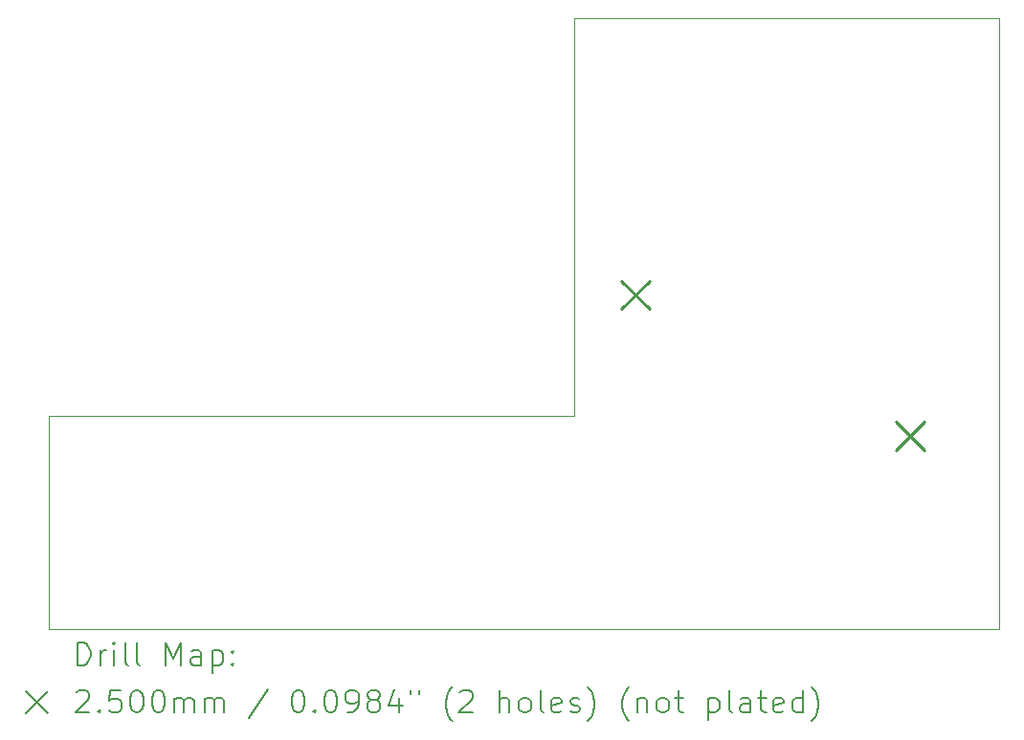
<source format=gbr>
%TF.GenerationSoftware,KiCad,Pcbnew,8.0.1*%
%TF.CreationDate,2024-06-09T22:48:07+01:00*%
%TF.ProjectId,BBC-USBSlim,4242432d-5553-4425-936c-696d2e6b6963,rev?*%
%TF.SameCoordinates,Original*%
%TF.FileFunction,Drillmap*%
%TF.FilePolarity,Positive*%
%FSLAX45Y45*%
G04 Gerber Fmt 4.5, Leading zero omitted, Abs format (unit mm)*
G04 Created by KiCad (PCBNEW 8.0.1) date 2024-06-09 22:48:07*
%MOMM*%
%LPD*%
G01*
G04 APERTURE LIST*
%ADD10C,0.100000*%
%ADD11C,0.200000*%
%ADD12C,0.250000*%
G04 APERTURE END LIST*
D10*
X15690000Y-12882500D02*
X7280000Y-12882500D01*
X7280000Y-10990000D01*
X11927500Y-10990000D01*
X11927500Y-7467500D01*
X15690000Y-7467500D01*
X15690000Y-12882500D01*
D11*
D12*
X12345000Y-9795000D02*
X12595000Y-10045000D01*
X12595000Y-9795000D02*
X12345000Y-10045000D01*
X14775000Y-11045000D02*
X15025000Y-11295000D01*
X15025000Y-11045000D02*
X14775000Y-11295000D01*
D11*
X7535777Y-13198984D02*
X7535777Y-12998984D01*
X7535777Y-12998984D02*
X7583396Y-12998984D01*
X7583396Y-12998984D02*
X7611967Y-13008508D01*
X7611967Y-13008508D02*
X7631015Y-13027555D01*
X7631015Y-13027555D02*
X7640539Y-13046603D01*
X7640539Y-13046603D02*
X7650062Y-13084698D01*
X7650062Y-13084698D02*
X7650062Y-13113269D01*
X7650062Y-13113269D02*
X7640539Y-13151365D01*
X7640539Y-13151365D02*
X7631015Y-13170412D01*
X7631015Y-13170412D02*
X7611967Y-13189460D01*
X7611967Y-13189460D02*
X7583396Y-13198984D01*
X7583396Y-13198984D02*
X7535777Y-13198984D01*
X7735777Y-13198984D02*
X7735777Y-13065650D01*
X7735777Y-13103746D02*
X7745301Y-13084698D01*
X7745301Y-13084698D02*
X7754824Y-13075174D01*
X7754824Y-13075174D02*
X7773872Y-13065650D01*
X7773872Y-13065650D02*
X7792920Y-13065650D01*
X7859586Y-13198984D02*
X7859586Y-13065650D01*
X7859586Y-12998984D02*
X7850062Y-13008508D01*
X7850062Y-13008508D02*
X7859586Y-13018031D01*
X7859586Y-13018031D02*
X7869110Y-13008508D01*
X7869110Y-13008508D02*
X7859586Y-12998984D01*
X7859586Y-12998984D02*
X7859586Y-13018031D01*
X7983396Y-13198984D02*
X7964348Y-13189460D01*
X7964348Y-13189460D02*
X7954824Y-13170412D01*
X7954824Y-13170412D02*
X7954824Y-12998984D01*
X8088158Y-13198984D02*
X8069110Y-13189460D01*
X8069110Y-13189460D02*
X8059586Y-13170412D01*
X8059586Y-13170412D02*
X8059586Y-12998984D01*
X8316729Y-13198984D02*
X8316729Y-12998984D01*
X8316729Y-12998984D02*
X8383396Y-13141841D01*
X8383396Y-13141841D02*
X8450063Y-12998984D01*
X8450063Y-12998984D02*
X8450063Y-13198984D01*
X8631015Y-13198984D02*
X8631015Y-13094222D01*
X8631015Y-13094222D02*
X8621491Y-13075174D01*
X8621491Y-13075174D02*
X8602444Y-13065650D01*
X8602444Y-13065650D02*
X8564348Y-13065650D01*
X8564348Y-13065650D02*
X8545301Y-13075174D01*
X8631015Y-13189460D02*
X8611967Y-13198984D01*
X8611967Y-13198984D02*
X8564348Y-13198984D01*
X8564348Y-13198984D02*
X8545301Y-13189460D01*
X8545301Y-13189460D02*
X8535777Y-13170412D01*
X8535777Y-13170412D02*
X8535777Y-13151365D01*
X8535777Y-13151365D02*
X8545301Y-13132317D01*
X8545301Y-13132317D02*
X8564348Y-13122793D01*
X8564348Y-13122793D02*
X8611967Y-13122793D01*
X8611967Y-13122793D02*
X8631015Y-13113269D01*
X8726253Y-13065650D02*
X8726253Y-13265650D01*
X8726253Y-13075174D02*
X8745301Y-13065650D01*
X8745301Y-13065650D02*
X8783396Y-13065650D01*
X8783396Y-13065650D02*
X8802444Y-13075174D01*
X8802444Y-13075174D02*
X8811967Y-13084698D01*
X8811967Y-13084698D02*
X8821491Y-13103746D01*
X8821491Y-13103746D02*
X8821491Y-13160888D01*
X8821491Y-13160888D02*
X8811967Y-13179936D01*
X8811967Y-13179936D02*
X8802444Y-13189460D01*
X8802444Y-13189460D02*
X8783396Y-13198984D01*
X8783396Y-13198984D02*
X8745301Y-13198984D01*
X8745301Y-13198984D02*
X8726253Y-13189460D01*
X8907205Y-13179936D02*
X8916729Y-13189460D01*
X8916729Y-13189460D02*
X8907205Y-13198984D01*
X8907205Y-13198984D02*
X8897682Y-13189460D01*
X8897682Y-13189460D02*
X8907205Y-13179936D01*
X8907205Y-13179936D02*
X8907205Y-13198984D01*
X8907205Y-13075174D02*
X8916729Y-13084698D01*
X8916729Y-13084698D02*
X8907205Y-13094222D01*
X8907205Y-13094222D02*
X8897682Y-13084698D01*
X8897682Y-13084698D02*
X8907205Y-13075174D01*
X8907205Y-13075174D02*
X8907205Y-13094222D01*
X7075000Y-13427500D02*
X7275000Y-13627500D01*
X7275000Y-13427500D02*
X7075000Y-13627500D01*
X7526253Y-13438031D02*
X7535777Y-13428508D01*
X7535777Y-13428508D02*
X7554824Y-13418984D01*
X7554824Y-13418984D02*
X7602443Y-13418984D01*
X7602443Y-13418984D02*
X7621491Y-13428508D01*
X7621491Y-13428508D02*
X7631015Y-13438031D01*
X7631015Y-13438031D02*
X7640539Y-13457079D01*
X7640539Y-13457079D02*
X7640539Y-13476127D01*
X7640539Y-13476127D02*
X7631015Y-13504698D01*
X7631015Y-13504698D02*
X7516729Y-13618984D01*
X7516729Y-13618984D02*
X7640539Y-13618984D01*
X7726253Y-13599936D02*
X7735777Y-13609460D01*
X7735777Y-13609460D02*
X7726253Y-13618984D01*
X7726253Y-13618984D02*
X7716729Y-13609460D01*
X7716729Y-13609460D02*
X7726253Y-13599936D01*
X7726253Y-13599936D02*
X7726253Y-13618984D01*
X7916729Y-13418984D02*
X7821491Y-13418984D01*
X7821491Y-13418984D02*
X7811967Y-13514222D01*
X7811967Y-13514222D02*
X7821491Y-13504698D01*
X7821491Y-13504698D02*
X7840539Y-13495174D01*
X7840539Y-13495174D02*
X7888158Y-13495174D01*
X7888158Y-13495174D02*
X7907205Y-13504698D01*
X7907205Y-13504698D02*
X7916729Y-13514222D01*
X7916729Y-13514222D02*
X7926253Y-13533269D01*
X7926253Y-13533269D02*
X7926253Y-13580888D01*
X7926253Y-13580888D02*
X7916729Y-13599936D01*
X7916729Y-13599936D02*
X7907205Y-13609460D01*
X7907205Y-13609460D02*
X7888158Y-13618984D01*
X7888158Y-13618984D02*
X7840539Y-13618984D01*
X7840539Y-13618984D02*
X7821491Y-13609460D01*
X7821491Y-13609460D02*
X7811967Y-13599936D01*
X8050062Y-13418984D02*
X8069110Y-13418984D01*
X8069110Y-13418984D02*
X8088158Y-13428508D01*
X8088158Y-13428508D02*
X8097682Y-13438031D01*
X8097682Y-13438031D02*
X8107205Y-13457079D01*
X8107205Y-13457079D02*
X8116729Y-13495174D01*
X8116729Y-13495174D02*
X8116729Y-13542793D01*
X8116729Y-13542793D02*
X8107205Y-13580888D01*
X8107205Y-13580888D02*
X8097682Y-13599936D01*
X8097682Y-13599936D02*
X8088158Y-13609460D01*
X8088158Y-13609460D02*
X8069110Y-13618984D01*
X8069110Y-13618984D02*
X8050062Y-13618984D01*
X8050062Y-13618984D02*
X8031015Y-13609460D01*
X8031015Y-13609460D02*
X8021491Y-13599936D01*
X8021491Y-13599936D02*
X8011967Y-13580888D01*
X8011967Y-13580888D02*
X8002443Y-13542793D01*
X8002443Y-13542793D02*
X8002443Y-13495174D01*
X8002443Y-13495174D02*
X8011967Y-13457079D01*
X8011967Y-13457079D02*
X8021491Y-13438031D01*
X8021491Y-13438031D02*
X8031015Y-13428508D01*
X8031015Y-13428508D02*
X8050062Y-13418984D01*
X8240539Y-13418984D02*
X8259586Y-13418984D01*
X8259586Y-13418984D02*
X8278634Y-13428508D01*
X8278634Y-13428508D02*
X8288158Y-13438031D01*
X8288158Y-13438031D02*
X8297682Y-13457079D01*
X8297682Y-13457079D02*
X8307205Y-13495174D01*
X8307205Y-13495174D02*
X8307205Y-13542793D01*
X8307205Y-13542793D02*
X8297682Y-13580888D01*
X8297682Y-13580888D02*
X8288158Y-13599936D01*
X8288158Y-13599936D02*
X8278634Y-13609460D01*
X8278634Y-13609460D02*
X8259586Y-13618984D01*
X8259586Y-13618984D02*
X8240539Y-13618984D01*
X8240539Y-13618984D02*
X8221491Y-13609460D01*
X8221491Y-13609460D02*
X8211967Y-13599936D01*
X8211967Y-13599936D02*
X8202443Y-13580888D01*
X8202443Y-13580888D02*
X8192920Y-13542793D01*
X8192920Y-13542793D02*
X8192920Y-13495174D01*
X8192920Y-13495174D02*
X8202443Y-13457079D01*
X8202443Y-13457079D02*
X8211967Y-13438031D01*
X8211967Y-13438031D02*
X8221491Y-13428508D01*
X8221491Y-13428508D02*
X8240539Y-13418984D01*
X8392920Y-13618984D02*
X8392920Y-13485650D01*
X8392920Y-13504698D02*
X8402444Y-13495174D01*
X8402444Y-13495174D02*
X8421491Y-13485650D01*
X8421491Y-13485650D02*
X8450063Y-13485650D01*
X8450063Y-13485650D02*
X8469110Y-13495174D01*
X8469110Y-13495174D02*
X8478634Y-13514222D01*
X8478634Y-13514222D02*
X8478634Y-13618984D01*
X8478634Y-13514222D02*
X8488158Y-13495174D01*
X8488158Y-13495174D02*
X8507205Y-13485650D01*
X8507205Y-13485650D02*
X8535777Y-13485650D01*
X8535777Y-13485650D02*
X8554825Y-13495174D01*
X8554825Y-13495174D02*
X8564348Y-13514222D01*
X8564348Y-13514222D02*
X8564348Y-13618984D01*
X8659586Y-13618984D02*
X8659586Y-13485650D01*
X8659586Y-13504698D02*
X8669110Y-13495174D01*
X8669110Y-13495174D02*
X8688158Y-13485650D01*
X8688158Y-13485650D02*
X8716729Y-13485650D01*
X8716729Y-13485650D02*
X8735777Y-13495174D01*
X8735777Y-13495174D02*
X8745301Y-13514222D01*
X8745301Y-13514222D02*
X8745301Y-13618984D01*
X8745301Y-13514222D02*
X8754825Y-13495174D01*
X8754825Y-13495174D02*
X8773872Y-13485650D01*
X8773872Y-13485650D02*
X8802444Y-13485650D01*
X8802444Y-13485650D02*
X8821491Y-13495174D01*
X8821491Y-13495174D02*
X8831015Y-13514222D01*
X8831015Y-13514222D02*
X8831015Y-13618984D01*
X9221491Y-13409460D02*
X9050063Y-13666603D01*
X9478634Y-13418984D02*
X9497682Y-13418984D01*
X9497682Y-13418984D02*
X9516729Y-13428508D01*
X9516729Y-13428508D02*
X9526253Y-13438031D01*
X9526253Y-13438031D02*
X9535777Y-13457079D01*
X9535777Y-13457079D02*
X9545301Y-13495174D01*
X9545301Y-13495174D02*
X9545301Y-13542793D01*
X9545301Y-13542793D02*
X9535777Y-13580888D01*
X9535777Y-13580888D02*
X9526253Y-13599936D01*
X9526253Y-13599936D02*
X9516729Y-13609460D01*
X9516729Y-13609460D02*
X9497682Y-13618984D01*
X9497682Y-13618984D02*
X9478634Y-13618984D01*
X9478634Y-13618984D02*
X9459587Y-13609460D01*
X9459587Y-13609460D02*
X9450063Y-13599936D01*
X9450063Y-13599936D02*
X9440539Y-13580888D01*
X9440539Y-13580888D02*
X9431015Y-13542793D01*
X9431015Y-13542793D02*
X9431015Y-13495174D01*
X9431015Y-13495174D02*
X9440539Y-13457079D01*
X9440539Y-13457079D02*
X9450063Y-13438031D01*
X9450063Y-13438031D02*
X9459587Y-13428508D01*
X9459587Y-13428508D02*
X9478634Y-13418984D01*
X9631015Y-13599936D02*
X9640539Y-13609460D01*
X9640539Y-13609460D02*
X9631015Y-13618984D01*
X9631015Y-13618984D02*
X9621491Y-13609460D01*
X9621491Y-13609460D02*
X9631015Y-13599936D01*
X9631015Y-13599936D02*
X9631015Y-13618984D01*
X9764348Y-13418984D02*
X9783396Y-13418984D01*
X9783396Y-13418984D02*
X9802444Y-13428508D01*
X9802444Y-13428508D02*
X9811968Y-13438031D01*
X9811968Y-13438031D02*
X9821491Y-13457079D01*
X9821491Y-13457079D02*
X9831015Y-13495174D01*
X9831015Y-13495174D02*
X9831015Y-13542793D01*
X9831015Y-13542793D02*
X9821491Y-13580888D01*
X9821491Y-13580888D02*
X9811968Y-13599936D01*
X9811968Y-13599936D02*
X9802444Y-13609460D01*
X9802444Y-13609460D02*
X9783396Y-13618984D01*
X9783396Y-13618984D02*
X9764348Y-13618984D01*
X9764348Y-13618984D02*
X9745301Y-13609460D01*
X9745301Y-13609460D02*
X9735777Y-13599936D01*
X9735777Y-13599936D02*
X9726253Y-13580888D01*
X9726253Y-13580888D02*
X9716729Y-13542793D01*
X9716729Y-13542793D02*
X9716729Y-13495174D01*
X9716729Y-13495174D02*
X9726253Y-13457079D01*
X9726253Y-13457079D02*
X9735777Y-13438031D01*
X9735777Y-13438031D02*
X9745301Y-13428508D01*
X9745301Y-13428508D02*
X9764348Y-13418984D01*
X9926253Y-13618984D02*
X9964348Y-13618984D01*
X9964348Y-13618984D02*
X9983396Y-13609460D01*
X9983396Y-13609460D02*
X9992920Y-13599936D01*
X9992920Y-13599936D02*
X10011968Y-13571365D01*
X10011968Y-13571365D02*
X10021491Y-13533269D01*
X10021491Y-13533269D02*
X10021491Y-13457079D01*
X10021491Y-13457079D02*
X10011968Y-13438031D01*
X10011968Y-13438031D02*
X10002444Y-13428508D01*
X10002444Y-13428508D02*
X9983396Y-13418984D01*
X9983396Y-13418984D02*
X9945301Y-13418984D01*
X9945301Y-13418984D02*
X9926253Y-13428508D01*
X9926253Y-13428508D02*
X9916729Y-13438031D01*
X9916729Y-13438031D02*
X9907206Y-13457079D01*
X9907206Y-13457079D02*
X9907206Y-13504698D01*
X9907206Y-13504698D02*
X9916729Y-13523746D01*
X9916729Y-13523746D02*
X9926253Y-13533269D01*
X9926253Y-13533269D02*
X9945301Y-13542793D01*
X9945301Y-13542793D02*
X9983396Y-13542793D01*
X9983396Y-13542793D02*
X10002444Y-13533269D01*
X10002444Y-13533269D02*
X10011968Y-13523746D01*
X10011968Y-13523746D02*
X10021491Y-13504698D01*
X10135777Y-13504698D02*
X10116729Y-13495174D01*
X10116729Y-13495174D02*
X10107206Y-13485650D01*
X10107206Y-13485650D02*
X10097682Y-13466603D01*
X10097682Y-13466603D02*
X10097682Y-13457079D01*
X10097682Y-13457079D02*
X10107206Y-13438031D01*
X10107206Y-13438031D02*
X10116729Y-13428508D01*
X10116729Y-13428508D02*
X10135777Y-13418984D01*
X10135777Y-13418984D02*
X10173872Y-13418984D01*
X10173872Y-13418984D02*
X10192920Y-13428508D01*
X10192920Y-13428508D02*
X10202444Y-13438031D01*
X10202444Y-13438031D02*
X10211968Y-13457079D01*
X10211968Y-13457079D02*
X10211968Y-13466603D01*
X10211968Y-13466603D02*
X10202444Y-13485650D01*
X10202444Y-13485650D02*
X10192920Y-13495174D01*
X10192920Y-13495174D02*
X10173872Y-13504698D01*
X10173872Y-13504698D02*
X10135777Y-13504698D01*
X10135777Y-13504698D02*
X10116729Y-13514222D01*
X10116729Y-13514222D02*
X10107206Y-13523746D01*
X10107206Y-13523746D02*
X10097682Y-13542793D01*
X10097682Y-13542793D02*
X10097682Y-13580888D01*
X10097682Y-13580888D02*
X10107206Y-13599936D01*
X10107206Y-13599936D02*
X10116729Y-13609460D01*
X10116729Y-13609460D02*
X10135777Y-13618984D01*
X10135777Y-13618984D02*
X10173872Y-13618984D01*
X10173872Y-13618984D02*
X10192920Y-13609460D01*
X10192920Y-13609460D02*
X10202444Y-13599936D01*
X10202444Y-13599936D02*
X10211968Y-13580888D01*
X10211968Y-13580888D02*
X10211968Y-13542793D01*
X10211968Y-13542793D02*
X10202444Y-13523746D01*
X10202444Y-13523746D02*
X10192920Y-13514222D01*
X10192920Y-13514222D02*
X10173872Y-13504698D01*
X10383396Y-13485650D02*
X10383396Y-13618984D01*
X10335777Y-13409460D02*
X10288158Y-13552317D01*
X10288158Y-13552317D02*
X10411968Y-13552317D01*
X10478634Y-13418984D02*
X10478634Y-13457079D01*
X10554825Y-13418984D02*
X10554825Y-13457079D01*
X10850063Y-13695174D02*
X10840539Y-13685650D01*
X10840539Y-13685650D02*
X10821491Y-13657079D01*
X10821491Y-13657079D02*
X10811968Y-13638031D01*
X10811968Y-13638031D02*
X10802444Y-13609460D01*
X10802444Y-13609460D02*
X10792920Y-13561841D01*
X10792920Y-13561841D02*
X10792920Y-13523746D01*
X10792920Y-13523746D02*
X10802444Y-13476127D01*
X10802444Y-13476127D02*
X10811968Y-13447555D01*
X10811968Y-13447555D02*
X10821491Y-13428508D01*
X10821491Y-13428508D02*
X10840539Y-13399936D01*
X10840539Y-13399936D02*
X10850063Y-13390412D01*
X10916730Y-13438031D02*
X10926253Y-13428508D01*
X10926253Y-13428508D02*
X10945301Y-13418984D01*
X10945301Y-13418984D02*
X10992920Y-13418984D01*
X10992920Y-13418984D02*
X11011968Y-13428508D01*
X11011968Y-13428508D02*
X11021491Y-13438031D01*
X11021491Y-13438031D02*
X11031015Y-13457079D01*
X11031015Y-13457079D02*
X11031015Y-13476127D01*
X11031015Y-13476127D02*
X11021491Y-13504698D01*
X11021491Y-13504698D02*
X10907206Y-13618984D01*
X10907206Y-13618984D02*
X11031015Y-13618984D01*
X11269110Y-13618984D02*
X11269110Y-13418984D01*
X11354825Y-13618984D02*
X11354825Y-13514222D01*
X11354825Y-13514222D02*
X11345301Y-13495174D01*
X11345301Y-13495174D02*
X11326253Y-13485650D01*
X11326253Y-13485650D02*
X11297682Y-13485650D01*
X11297682Y-13485650D02*
X11278634Y-13495174D01*
X11278634Y-13495174D02*
X11269110Y-13504698D01*
X11478634Y-13618984D02*
X11459587Y-13609460D01*
X11459587Y-13609460D02*
X11450063Y-13599936D01*
X11450063Y-13599936D02*
X11440539Y-13580888D01*
X11440539Y-13580888D02*
X11440539Y-13523746D01*
X11440539Y-13523746D02*
X11450063Y-13504698D01*
X11450063Y-13504698D02*
X11459587Y-13495174D01*
X11459587Y-13495174D02*
X11478634Y-13485650D01*
X11478634Y-13485650D02*
X11507206Y-13485650D01*
X11507206Y-13485650D02*
X11526253Y-13495174D01*
X11526253Y-13495174D02*
X11535777Y-13504698D01*
X11535777Y-13504698D02*
X11545301Y-13523746D01*
X11545301Y-13523746D02*
X11545301Y-13580888D01*
X11545301Y-13580888D02*
X11535777Y-13599936D01*
X11535777Y-13599936D02*
X11526253Y-13609460D01*
X11526253Y-13609460D02*
X11507206Y-13618984D01*
X11507206Y-13618984D02*
X11478634Y-13618984D01*
X11659587Y-13618984D02*
X11640539Y-13609460D01*
X11640539Y-13609460D02*
X11631015Y-13590412D01*
X11631015Y-13590412D02*
X11631015Y-13418984D01*
X11811968Y-13609460D02*
X11792920Y-13618984D01*
X11792920Y-13618984D02*
X11754825Y-13618984D01*
X11754825Y-13618984D02*
X11735777Y-13609460D01*
X11735777Y-13609460D02*
X11726253Y-13590412D01*
X11726253Y-13590412D02*
X11726253Y-13514222D01*
X11726253Y-13514222D02*
X11735777Y-13495174D01*
X11735777Y-13495174D02*
X11754825Y-13485650D01*
X11754825Y-13485650D02*
X11792920Y-13485650D01*
X11792920Y-13485650D02*
X11811968Y-13495174D01*
X11811968Y-13495174D02*
X11821491Y-13514222D01*
X11821491Y-13514222D02*
X11821491Y-13533269D01*
X11821491Y-13533269D02*
X11726253Y-13552317D01*
X11897682Y-13609460D02*
X11916730Y-13618984D01*
X11916730Y-13618984D02*
X11954825Y-13618984D01*
X11954825Y-13618984D02*
X11973872Y-13609460D01*
X11973872Y-13609460D02*
X11983396Y-13590412D01*
X11983396Y-13590412D02*
X11983396Y-13580888D01*
X11983396Y-13580888D02*
X11973872Y-13561841D01*
X11973872Y-13561841D02*
X11954825Y-13552317D01*
X11954825Y-13552317D02*
X11926253Y-13552317D01*
X11926253Y-13552317D02*
X11907206Y-13542793D01*
X11907206Y-13542793D02*
X11897682Y-13523746D01*
X11897682Y-13523746D02*
X11897682Y-13514222D01*
X11897682Y-13514222D02*
X11907206Y-13495174D01*
X11907206Y-13495174D02*
X11926253Y-13485650D01*
X11926253Y-13485650D02*
X11954825Y-13485650D01*
X11954825Y-13485650D02*
X11973872Y-13495174D01*
X12050063Y-13695174D02*
X12059587Y-13685650D01*
X12059587Y-13685650D02*
X12078634Y-13657079D01*
X12078634Y-13657079D02*
X12088158Y-13638031D01*
X12088158Y-13638031D02*
X12097682Y-13609460D01*
X12097682Y-13609460D02*
X12107206Y-13561841D01*
X12107206Y-13561841D02*
X12107206Y-13523746D01*
X12107206Y-13523746D02*
X12097682Y-13476127D01*
X12097682Y-13476127D02*
X12088158Y-13447555D01*
X12088158Y-13447555D02*
X12078634Y-13428508D01*
X12078634Y-13428508D02*
X12059587Y-13399936D01*
X12059587Y-13399936D02*
X12050063Y-13390412D01*
X12411968Y-13695174D02*
X12402444Y-13685650D01*
X12402444Y-13685650D02*
X12383396Y-13657079D01*
X12383396Y-13657079D02*
X12373872Y-13638031D01*
X12373872Y-13638031D02*
X12364349Y-13609460D01*
X12364349Y-13609460D02*
X12354825Y-13561841D01*
X12354825Y-13561841D02*
X12354825Y-13523746D01*
X12354825Y-13523746D02*
X12364349Y-13476127D01*
X12364349Y-13476127D02*
X12373872Y-13447555D01*
X12373872Y-13447555D02*
X12383396Y-13428508D01*
X12383396Y-13428508D02*
X12402444Y-13399936D01*
X12402444Y-13399936D02*
X12411968Y-13390412D01*
X12488158Y-13485650D02*
X12488158Y-13618984D01*
X12488158Y-13504698D02*
X12497682Y-13495174D01*
X12497682Y-13495174D02*
X12516730Y-13485650D01*
X12516730Y-13485650D02*
X12545301Y-13485650D01*
X12545301Y-13485650D02*
X12564349Y-13495174D01*
X12564349Y-13495174D02*
X12573872Y-13514222D01*
X12573872Y-13514222D02*
X12573872Y-13618984D01*
X12697682Y-13618984D02*
X12678634Y-13609460D01*
X12678634Y-13609460D02*
X12669111Y-13599936D01*
X12669111Y-13599936D02*
X12659587Y-13580888D01*
X12659587Y-13580888D02*
X12659587Y-13523746D01*
X12659587Y-13523746D02*
X12669111Y-13504698D01*
X12669111Y-13504698D02*
X12678634Y-13495174D01*
X12678634Y-13495174D02*
X12697682Y-13485650D01*
X12697682Y-13485650D02*
X12726253Y-13485650D01*
X12726253Y-13485650D02*
X12745301Y-13495174D01*
X12745301Y-13495174D02*
X12754825Y-13504698D01*
X12754825Y-13504698D02*
X12764349Y-13523746D01*
X12764349Y-13523746D02*
X12764349Y-13580888D01*
X12764349Y-13580888D02*
X12754825Y-13599936D01*
X12754825Y-13599936D02*
X12745301Y-13609460D01*
X12745301Y-13609460D02*
X12726253Y-13618984D01*
X12726253Y-13618984D02*
X12697682Y-13618984D01*
X12821492Y-13485650D02*
X12897682Y-13485650D01*
X12850063Y-13418984D02*
X12850063Y-13590412D01*
X12850063Y-13590412D02*
X12859587Y-13609460D01*
X12859587Y-13609460D02*
X12878634Y-13618984D01*
X12878634Y-13618984D02*
X12897682Y-13618984D01*
X13116730Y-13485650D02*
X13116730Y-13685650D01*
X13116730Y-13495174D02*
X13135777Y-13485650D01*
X13135777Y-13485650D02*
X13173873Y-13485650D01*
X13173873Y-13485650D02*
X13192920Y-13495174D01*
X13192920Y-13495174D02*
X13202444Y-13504698D01*
X13202444Y-13504698D02*
X13211968Y-13523746D01*
X13211968Y-13523746D02*
X13211968Y-13580888D01*
X13211968Y-13580888D02*
X13202444Y-13599936D01*
X13202444Y-13599936D02*
X13192920Y-13609460D01*
X13192920Y-13609460D02*
X13173873Y-13618984D01*
X13173873Y-13618984D02*
X13135777Y-13618984D01*
X13135777Y-13618984D02*
X13116730Y-13609460D01*
X13326253Y-13618984D02*
X13307206Y-13609460D01*
X13307206Y-13609460D02*
X13297682Y-13590412D01*
X13297682Y-13590412D02*
X13297682Y-13418984D01*
X13488158Y-13618984D02*
X13488158Y-13514222D01*
X13488158Y-13514222D02*
X13478634Y-13495174D01*
X13478634Y-13495174D02*
X13459587Y-13485650D01*
X13459587Y-13485650D02*
X13421492Y-13485650D01*
X13421492Y-13485650D02*
X13402444Y-13495174D01*
X13488158Y-13609460D02*
X13469111Y-13618984D01*
X13469111Y-13618984D02*
X13421492Y-13618984D01*
X13421492Y-13618984D02*
X13402444Y-13609460D01*
X13402444Y-13609460D02*
X13392920Y-13590412D01*
X13392920Y-13590412D02*
X13392920Y-13571365D01*
X13392920Y-13571365D02*
X13402444Y-13552317D01*
X13402444Y-13552317D02*
X13421492Y-13542793D01*
X13421492Y-13542793D02*
X13469111Y-13542793D01*
X13469111Y-13542793D02*
X13488158Y-13533269D01*
X13554825Y-13485650D02*
X13631015Y-13485650D01*
X13583396Y-13418984D02*
X13583396Y-13590412D01*
X13583396Y-13590412D02*
X13592920Y-13609460D01*
X13592920Y-13609460D02*
X13611968Y-13618984D01*
X13611968Y-13618984D02*
X13631015Y-13618984D01*
X13773873Y-13609460D02*
X13754825Y-13618984D01*
X13754825Y-13618984D02*
X13716730Y-13618984D01*
X13716730Y-13618984D02*
X13697682Y-13609460D01*
X13697682Y-13609460D02*
X13688158Y-13590412D01*
X13688158Y-13590412D02*
X13688158Y-13514222D01*
X13688158Y-13514222D02*
X13697682Y-13495174D01*
X13697682Y-13495174D02*
X13716730Y-13485650D01*
X13716730Y-13485650D02*
X13754825Y-13485650D01*
X13754825Y-13485650D02*
X13773873Y-13495174D01*
X13773873Y-13495174D02*
X13783396Y-13514222D01*
X13783396Y-13514222D02*
X13783396Y-13533269D01*
X13783396Y-13533269D02*
X13688158Y-13552317D01*
X13954825Y-13618984D02*
X13954825Y-13418984D01*
X13954825Y-13609460D02*
X13935777Y-13618984D01*
X13935777Y-13618984D02*
X13897682Y-13618984D01*
X13897682Y-13618984D02*
X13878634Y-13609460D01*
X13878634Y-13609460D02*
X13869111Y-13599936D01*
X13869111Y-13599936D02*
X13859587Y-13580888D01*
X13859587Y-13580888D02*
X13859587Y-13523746D01*
X13859587Y-13523746D02*
X13869111Y-13504698D01*
X13869111Y-13504698D02*
X13878634Y-13495174D01*
X13878634Y-13495174D02*
X13897682Y-13485650D01*
X13897682Y-13485650D02*
X13935777Y-13485650D01*
X13935777Y-13485650D02*
X13954825Y-13495174D01*
X14031015Y-13695174D02*
X14040539Y-13685650D01*
X14040539Y-13685650D02*
X14059587Y-13657079D01*
X14059587Y-13657079D02*
X14069111Y-13638031D01*
X14069111Y-13638031D02*
X14078634Y-13609460D01*
X14078634Y-13609460D02*
X14088158Y-13561841D01*
X14088158Y-13561841D02*
X14088158Y-13523746D01*
X14088158Y-13523746D02*
X14078634Y-13476127D01*
X14078634Y-13476127D02*
X14069111Y-13447555D01*
X14069111Y-13447555D02*
X14059587Y-13428508D01*
X14059587Y-13428508D02*
X14040539Y-13399936D01*
X14040539Y-13399936D02*
X14031015Y-13390412D01*
M02*

</source>
